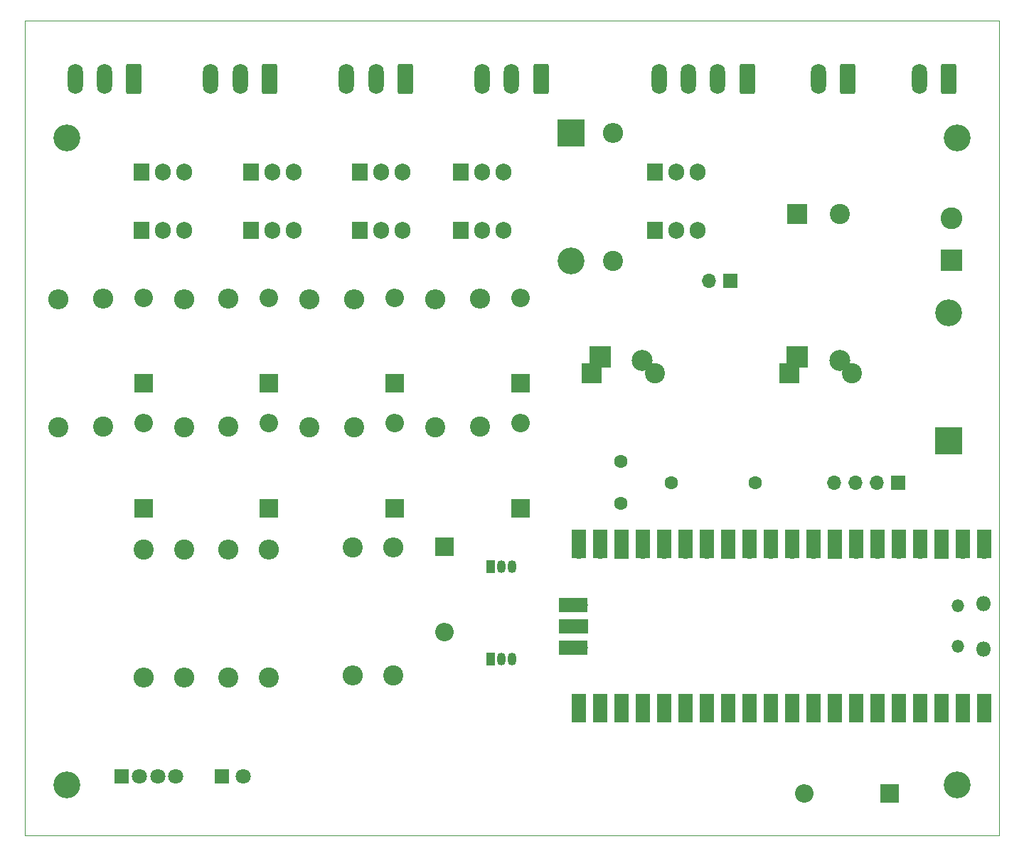
<source format=gbr>
%TF.GenerationSoftware,KiCad,Pcbnew,7.0.7+dfsg-1*%
%TF.CreationDate,2024-04-04T17:52:09+01:00*%
%TF.ProjectId,point-controller,706f696e-742d-4636-9f6e-74726f6c6c65,rev?*%
%TF.SameCoordinates,Original*%
%TF.FileFunction,Soldermask,Top*%
%TF.FilePolarity,Negative*%
%FSLAX46Y46*%
G04 Gerber Fmt 4.6, Leading zero omitted, Abs format (unit mm)*
G04 Created by KiCad (PCBNEW 7.0.7+dfsg-1) date 2024-04-04 17:52:09*
%MOMM*%
%LPD*%
G01*
G04 APERTURE LIST*
G04 Aperture macros list*
%AMRoundRect*
0 Rectangle with rounded corners*
0 $1 Rounding radius*
0 $2 $3 $4 $5 $6 $7 $8 $9 X,Y pos of 4 corners*
0 Add a 4 corners polygon primitive as box body*
4,1,4,$2,$3,$4,$5,$6,$7,$8,$9,$2,$3,0*
0 Add four circle primitives for the rounded corners*
1,1,$1+$1,$2,$3*
1,1,$1+$1,$4,$5*
1,1,$1+$1,$6,$7*
1,1,$1+$1,$8,$9*
0 Add four rect primitives between the rounded corners*
20,1,$1+$1,$2,$3,$4,$5,0*
20,1,$1+$1,$4,$5,$6,$7,0*
20,1,$1+$1,$6,$7,$8,$9,0*
20,1,$1+$1,$8,$9,$2,$3,0*%
G04 Aperture macros list end*
%ADD10R,1.905000X2.000000*%
%ADD11O,1.905000X2.000000*%
%ADD12C,2.400000*%
%ADD13O,2.400000X2.400000*%
%ADD14R,1.800000X1.800000*%
%ADD15C,1.800000*%
%ADD16R,2.200000X2.200000*%
%ADD17O,2.200000X2.200000*%
%ADD18R,1.050000X1.500000*%
%ADD19O,1.050000X1.500000*%
%ADD20RoundRect,0.250000X0.650000X1.550000X-0.650000X1.550000X-0.650000X-1.550000X0.650000X-1.550000X0*%
%ADD21O,1.800000X3.600000*%
%ADD22R,3.200000X3.200000*%
%ADD23O,3.200000X3.200000*%
%ADD24C,1.600000*%
%ADD25R,2.400000X2.400000*%
%ADD26R,2.500000X2.500000*%
%ADD27C,2.500000*%
%ADD28C,3.200000*%
%ADD29R,2.600000X2.600000*%
%ADD30C,2.600000*%
%ADD31R,1.700000X1.700000*%
%ADD32O,1.700000X1.700000*%
%ADD33O,1.800000X1.800000*%
%ADD34O,1.500000X1.500000*%
%ADD35R,1.700000X3.500000*%
%ADD36R,3.500000X1.700000*%
%TA.AperFunction,Profile*%
%ADD37C,0.100000*%
%TD*%
G04 APERTURE END LIST*
D10*
%TO.C,Q7*%
X57920000Y-40945000D03*
D11*
X60460000Y-40945000D03*
X63000000Y-40945000D03*
%TD*%
D10*
%TO.C,Q1*%
X119000000Y-41000000D03*
D11*
X121540000Y-41000000D03*
X124080000Y-41000000D03*
%TD*%
D12*
%TO.C,R10*%
X62959089Y-64419999D03*
D13*
X62959089Y-49179999D03*
%TD*%
D14*
%TO.C,D4*%
X67460000Y-106000000D03*
D15*
X70000000Y-106000000D03*
%TD*%
D10*
%TO.C,Q9*%
X83920000Y-41000000D03*
D11*
X86460000Y-41000000D03*
X89000000Y-41000000D03*
%TD*%
D16*
%TO.C,D3*%
X94000000Y-78660000D03*
D17*
X94000000Y-88820000D03*
%TD*%
D18*
%TO.C,Q2*%
X99460000Y-81000000D03*
D19*
X100730000Y-81000000D03*
X102000000Y-81000000D03*
%TD*%
D16*
%TO.C,D14*%
X88040904Y-59160000D03*
D17*
X88040904Y-49000000D03*
%TD*%
D20*
%TO.C,J9*%
X89296666Y-22932500D03*
D21*
X85796666Y-22932500D03*
X82296666Y-22932500D03*
%TD*%
D22*
%TO.C,D1*%
X154000000Y-66000000D03*
D23*
X154000000Y-50760000D03*
%TD*%
D10*
%TO.C,Q5*%
X70920000Y-40945000D03*
D11*
X73460000Y-40945000D03*
X76000000Y-40945000D03*
%TD*%
D12*
%TO.C,R9*%
X53286363Y-64340000D03*
D13*
X53286363Y-49100000D03*
%TD*%
D18*
%TO.C,Q3*%
X99460000Y-92000000D03*
D19*
X100730000Y-92000000D03*
X102000000Y-92000000D03*
%TD*%
D10*
%TO.C,Q6*%
X57920000Y-34000000D03*
D11*
X60460000Y-34000000D03*
X63000000Y-34000000D03*
%TD*%
D16*
%TO.C,D7*%
X73081815Y-59160000D03*
D17*
X73081815Y-49000000D03*
%TD*%
D24*
%TO.C,C4*%
X115000000Y-68500000D03*
X115000000Y-73500000D03*
%TD*%
D12*
%TO.C,R3*%
X87836370Y-94000000D03*
D13*
X87836370Y-78760000D03*
%TD*%
D20*
%TO.C,J3*%
X130000000Y-22932500D03*
D21*
X126500000Y-22932500D03*
X123000000Y-22932500D03*
X119500000Y-22932500D03*
%TD*%
D12*
%TO.C,R6*%
X63000000Y-79000000D03*
D13*
X63000000Y-94240000D03*
%TD*%
D20*
%TO.C,J5*%
X142000000Y-22932500D03*
D21*
X138500000Y-22932500D03*
%TD*%
D16*
%TO.C,D12*%
X88040904Y-74080000D03*
D17*
X88040904Y-63920000D03*
%TD*%
D12*
%TO.C,R11*%
X68245452Y-64340000D03*
D13*
X68245452Y-49100000D03*
%TD*%
D25*
%TO.C,C3*%
X135000000Y-58000000D03*
D26*
X136000000Y-56000000D03*
D27*
X141000000Y-56500000D03*
D12*
X142500000Y-58000000D03*
%TD*%
D10*
%TO.C,U1*%
X119000000Y-34000000D03*
D11*
X121540000Y-34000000D03*
X124080000Y-34000000D03*
%TD*%
D16*
%TO.C,D8*%
X73081815Y-74080000D03*
D17*
X73081815Y-63920000D03*
%TD*%
D16*
%TO.C,D13*%
X103000000Y-59160000D03*
D17*
X103000000Y-49000000D03*
%TD*%
D22*
%TO.C,D2*%
X109000000Y-29380000D03*
D23*
X109000000Y-44620000D03*
%TD*%
D12*
%TO.C,R14*%
X92877267Y-64419999D03*
D13*
X92877267Y-49179999D03*
%TD*%
D20*
%TO.C,J8*%
X105445000Y-22932500D03*
D21*
X101945000Y-22932500D03*
X98445000Y-22932500D03*
%TD*%
D28*
%TO.C,H1*%
X49000000Y-30000000D03*
%TD*%
D29*
%TO.C,J1*%
X154305000Y-44500000D03*
D30*
X154305000Y-39500000D03*
%TD*%
D28*
%TO.C,H3*%
X49000000Y-107000000D03*
%TD*%
D31*
%TO.C,JP1*%
X128000000Y-47000000D03*
D32*
X125460000Y-47000000D03*
%TD*%
D16*
%TO.C,D11*%
X103000000Y-74080000D03*
D17*
X103000000Y-63920000D03*
%TD*%
D25*
%TO.C,C1*%
X136000000Y-39000000D03*
D12*
X141000000Y-39000000D03*
%TD*%
D10*
%TO.C,Q8*%
X95920000Y-41000000D03*
D11*
X98460000Y-41000000D03*
X101000000Y-41000000D03*
%TD*%
D16*
%TO.C,D9*%
X58122726Y-59160000D03*
D17*
X58122726Y-49000000D03*
%TD*%
D12*
%TO.C,R1*%
X114000000Y-44620000D03*
D13*
X114000000Y-29380000D03*
%TD*%
D12*
%TO.C,R8*%
X48000000Y-64419999D03*
D13*
X48000000Y-49179999D03*
%TD*%
D28*
%TO.C,H2*%
X155000000Y-30000000D03*
%TD*%
D20*
%TO.C,J6*%
X73148333Y-22932500D03*
D21*
X69648333Y-22932500D03*
X66148333Y-22932500D03*
%TD*%
D12*
%TO.C,R12*%
X77918178Y-64419999D03*
D13*
X77918178Y-49179999D03*
%TD*%
D12*
%TO.C,R2*%
X83000000Y-78760000D03*
D13*
X83000000Y-94000000D03*
%TD*%
D24*
%TO.C,C5*%
X121000000Y-71000000D03*
X131000000Y-71000000D03*
%TD*%
D10*
%TO.C,Q11*%
X83920000Y-34000000D03*
D11*
X86460000Y-34000000D03*
X89000000Y-34000000D03*
%TD*%
D20*
%TO.C,J7*%
X57000000Y-22932500D03*
D21*
X53500000Y-22932500D03*
X50000000Y-22932500D03*
%TD*%
D12*
%TO.C,R5*%
X68245452Y-94240000D03*
D13*
X68245452Y-79000000D03*
%TD*%
D20*
%TO.C,J2*%
X154000000Y-22932500D03*
D21*
X150500000Y-22932500D03*
%TD*%
D28*
%TO.C,H4*%
X155000000Y-107000000D03*
%TD*%
D14*
%TO.C,D6*%
X55523000Y-106000000D03*
D15*
X57682000Y-106000000D03*
X59841000Y-106000000D03*
X62000000Y-106000000D03*
%TD*%
D33*
%TO.C,U2*%
X158110000Y-85385000D03*
D34*
X155080000Y-85685000D03*
X155080000Y-90535000D03*
D33*
X158110000Y-90835000D03*
D32*
X158240000Y-79220000D03*
D35*
X158240000Y-78320000D03*
D32*
X155700000Y-79220000D03*
D35*
X155700000Y-78320000D03*
D31*
X153160000Y-79220000D03*
D35*
X153160000Y-78320000D03*
D32*
X150620000Y-79220000D03*
D35*
X150620000Y-78320000D03*
D32*
X148080000Y-79220000D03*
D35*
X148080000Y-78320000D03*
D32*
X145540000Y-79220000D03*
D35*
X145540000Y-78320000D03*
D32*
X143000000Y-79220000D03*
D35*
X143000000Y-78320000D03*
D31*
X140460000Y-79220000D03*
D35*
X140460000Y-78320000D03*
D32*
X137920000Y-79220000D03*
D35*
X137920000Y-78320000D03*
D32*
X135380000Y-79220000D03*
D35*
X135380000Y-78320000D03*
D32*
X132840000Y-79220000D03*
D35*
X132840000Y-78320000D03*
D32*
X130300000Y-79220000D03*
D35*
X130300000Y-78320000D03*
D31*
X127760000Y-79220000D03*
D35*
X127760000Y-78320000D03*
D32*
X125220000Y-79220000D03*
D35*
X125220000Y-78320000D03*
D32*
X122680000Y-79220000D03*
D35*
X122680000Y-78320000D03*
D32*
X120140000Y-79220000D03*
D35*
X120140000Y-78320000D03*
D32*
X117600000Y-79220000D03*
D35*
X117600000Y-78320000D03*
D31*
X115060000Y-79220000D03*
D35*
X115060000Y-78320000D03*
D32*
X112520000Y-79220000D03*
D35*
X112520000Y-78320000D03*
D32*
X109980000Y-79220000D03*
D35*
X109980000Y-78320000D03*
D32*
X109980000Y-97000000D03*
D35*
X109980000Y-97900000D03*
D32*
X112520000Y-97000000D03*
D35*
X112520000Y-97900000D03*
D31*
X115060000Y-97000000D03*
D35*
X115060000Y-97900000D03*
D32*
X117600000Y-97000000D03*
D35*
X117600000Y-97900000D03*
D32*
X120140000Y-97000000D03*
D35*
X120140000Y-97900000D03*
D32*
X122680000Y-97000000D03*
D35*
X122680000Y-97900000D03*
D32*
X125220000Y-97000000D03*
D35*
X125220000Y-97900000D03*
D31*
X127760000Y-97000000D03*
D35*
X127760000Y-97900000D03*
D32*
X130300000Y-97000000D03*
D35*
X130300000Y-97900000D03*
D32*
X132840000Y-97000000D03*
D35*
X132840000Y-97900000D03*
D32*
X135380000Y-97000000D03*
D35*
X135380000Y-97900000D03*
D32*
X137920000Y-97000000D03*
D35*
X137920000Y-97900000D03*
D31*
X140460000Y-97000000D03*
D35*
X140460000Y-97900000D03*
D32*
X143000000Y-97000000D03*
D35*
X143000000Y-97900000D03*
D32*
X145540000Y-97000000D03*
D35*
X145540000Y-97900000D03*
D32*
X148080000Y-97000000D03*
D35*
X148080000Y-97900000D03*
D32*
X150620000Y-97000000D03*
D35*
X150620000Y-97900000D03*
D31*
X153160000Y-97000000D03*
D35*
X153160000Y-97900000D03*
D32*
X155700000Y-97000000D03*
D35*
X155700000Y-97900000D03*
D32*
X158240000Y-97000000D03*
D35*
X158240000Y-97900000D03*
D32*
X110210000Y-85570000D03*
D36*
X109310000Y-85570000D03*
D31*
X110210000Y-88110000D03*
D36*
X109310000Y-88110000D03*
D32*
X110210000Y-90650000D03*
D36*
X109310000Y-90650000D03*
%TD*%
D12*
%TO.C,R15*%
X98163630Y-64340000D03*
D13*
X98163630Y-49100000D03*
%TD*%
D16*
%TO.C,D5*%
X147000000Y-108000000D03*
D17*
X136840000Y-108000000D03*
%TD*%
D31*
%TO.C,J4*%
X148000000Y-71000000D03*
D32*
X145460000Y-71000000D03*
X142920000Y-71000000D03*
X140380000Y-71000000D03*
%TD*%
D12*
%TO.C,R7*%
X58163637Y-79000000D03*
D13*
X58163637Y-94240000D03*
%TD*%
D12*
%TO.C,R4*%
X73081815Y-94240000D03*
D13*
X73081815Y-79000000D03*
%TD*%
D12*
%TO.C,R13*%
X83204541Y-64419999D03*
D13*
X83204541Y-49179999D03*
%TD*%
D16*
%TO.C,D10*%
X58122726Y-74080000D03*
D17*
X58122726Y-63920000D03*
%TD*%
D10*
%TO.C,Q4*%
X70920000Y-34000000D03*
D11*
X73460000Y-34000000D03*
X76000000Y-34000000D03*
%TD*%
D10*
%TO.C,Q10*%
X95920000Y-34000000D03*
D11*
X98460000Y-34000000D03*
X101000000Y-34000000D03*
%TD*%
D25*
%TO.C,C2*%
X111487246Y-58000000D03*
D26*
X112487246Y-56000000D03*
D27*
X117487246Y-56500000D03*
D12*
X118987246Y-58000000D03*
%TD*%
D37*
X44000000Y-16000000D02*
X160000000Y-16000000D01*
X160000000Y-113000000D01*
X44000000Y-113000000D01*
X44000000Y-16000000D01*
M02*

</source>
